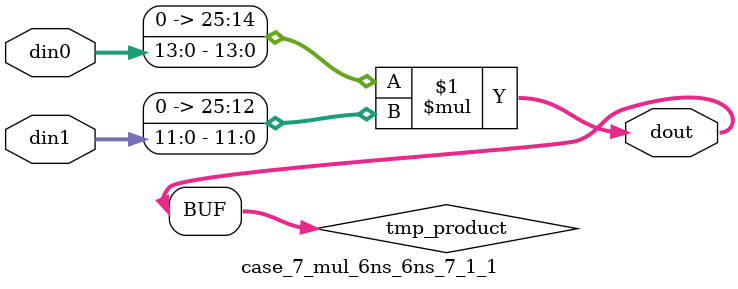
<source format=v>

`timescale 1 ns / 1 ps

 (* use_dsp = "no" *)  module case_7_mul_6ns_6ns_7_1_1(din0, din1, dout);
parameter ID = 1;
parameter NUM_STAGE = 0;
parameter din0_WIDTH = 14;
parameter din1_WIDTH = 12;
parameter dout_WIDTH = 26;

input [din0_WIDTH - 1 : 0] din0; 
input [din1_WIDTH - 1 : 0] din1; 
output [dout_WIDTH - 1 : 0] dout;

wire signed [dout_WIDTH - 1 : 0] tmp_product;
























assign tmp_product = $signed({1'b0, din0}) * $signed({1'b0, din1});











assign dout = tmp_product;





















endmodule

</source>
